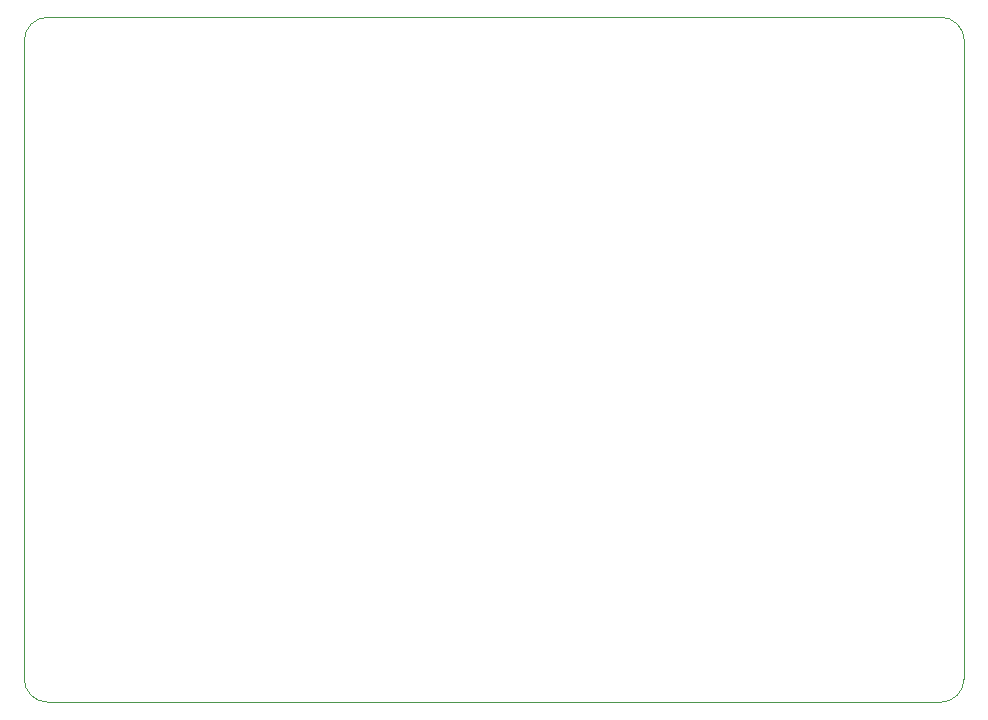
<source format=gbr>
%TF.GenerationSoftware,KiCad,Pcbnew,7.0.7*%
%TF.CreationDate,2024-03-27T22:15:01+01:00*%
%TF.ProjectId,SMPS_legged_robot_module,534d5053-5f6c-4656-9767-65645f726f62,1.0*%
%TF.SameCoordinates,PX116520PY4ddba40*%
%TF.FileFunction,Profile,NP*%
%FSLAX46Y46*%
G04 Gerber Fmt 4.6, Leading zero omitted, Abs format (unit mm)*
G04 Created by KiCad (PCBNEW 7.0.7) date 2024-03-27 22:15:01*
%MOMM*%
%LPD*%
G01*
G04 APERTURE LIST*
%TA.AperFunction,Profile*%
%ADD10C,0.100000*%
%TD*%
G04 APERTURE END LIST*
D10*
X181895786Y32440000D02*
X106290000Y32440000D01*
X181880000Y-25560000D02*
X106294214Y-25560000D01*
X181880000Y-25560000D02*
G75*
G03*
X183880000Y-23560000I0J2000000D01*
G01*
X106290000Y32440000D02*
G75*
G03*
X104290000Y30440000I0J-2000000D01*
G01*
X104290000Y30440000D02*
X104294214Y-23560000D01*
X104294214Y-23560000D02*
G75*
G03*
X106294214Y-25560000I1999986J-14D01*
G01*
X183895786Y30440000D02*
G75*
G03*
X181895786Y32440000I-1999986J14D01*
G01*
X183890000Y16959204D02*
X183880000Y-23560000D01*
X183890000Y16959204D02*
X183895786Y30440000D01*
M02*

</source>
